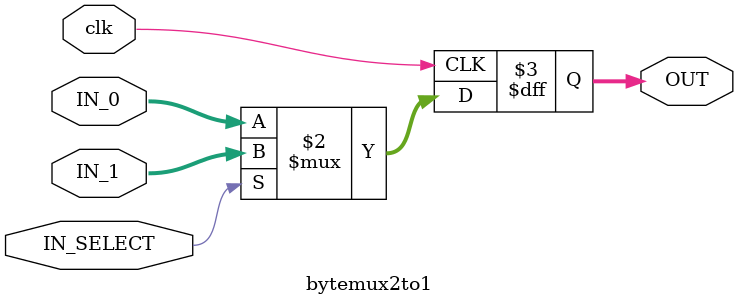
<source format=v>
`ifndef bytemux2to1
`define bytemux2to1

`include "mux2to1.v"



  module bytemux2to1(
    input clk,
    input [7:0] IN_0,
    input [7:0] IN_1,
    input IN_SELECT,
    output reg [7:0] OUT
  );


    always @(posedge clk)
      OUT <= IN_SELECT ? IN_1 : IN_0;


  endmodule


`endif

</source>
